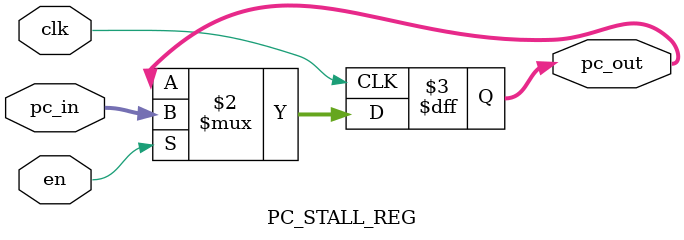
<source format=sv>
module PC_STALL_REG #(
    parameter PC_WIDTH = 32
) (
    input  logic                clk,
    input  logic                en,
    input  logic [PC_WIDTH-1:0] pc_in,
    output logic [PC_WIDTH-1:0] pc_out
);

always_ff @(posedge clk) begin
    pc_out <= en ? pc_in : pc_out;
end

endmodule

</source>
